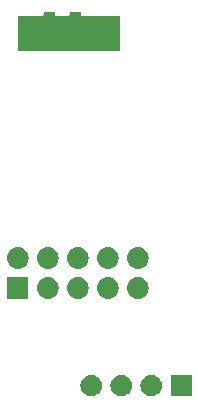
<source format=gbr>
%TF.GenerationSoftware,KiCad,Pcbnew,5.0.2*%
%TF.CreationDate,2019-04-27T21:36:03+08:00*%
%TF.ProjectId,aw-sd-dbg,61772d73-642d-4646-9267-2e6b69636164,rev?*%
%TF.SameCoordinates,Original*%
%TF.FileFunction,Soldermask,Bot*%
%TF.FilePolarity,Negative*%
%FSLAX46Y46*%
G04 Gerber Fmt 4.6, Leading zero omitted, Abs format (unit mm)*
G04 Created by KiCad (PCBNEW 5.0.2) date 2019年04月27日 星期六 21时36分03秒*
%MOMM*%
%LPD*%
G01*
G04 APERTURE LIST*
%ADD10C,0.350000*%
G04 APERTURE END LIST*
D10*
G36*
X123935443Y-54477519D02*
X124001627Y-54484037D01*
X124114853Y-54518384D01*
X124171467Y-54535557D01*
X124310087Y-54609652D01*
X124327991Y-54619222D01*
X124363729Y-54648552D01*
X124465186Y-54731814D01*
X124548448Y-54833271D01*
X124577778Y-54869009D01*
X124577779Y-54869011D01*
X124661443Y-55025533D01*
X124661443Y-55025534D01*
X124712963Y-55195373D01*
X124730359Y-55372000D01*
X124712963Y-55548627D01*
X124678616Y-55661853D01*
X124661443Y-55718467D01*
X124587348Y-55857087D01*
X124577778Y-55874991D01*
X124548448Y-55910729D01*
X124465186Y-56012186D01*
X124363729Y-56095448D01*
X124327991Y-56124778D01*
X124327989Y-56124779D01*
X124171467Y-56208443D01*
X124114853Y-56225616D01*
X124001627Y-56259963D01*
X123935443Y-56266481D01*
X123869260Y-56273000D01*
X123780740Y-56273000D01*
X123714557Y-56266481D01*
X123648373Y-56259963D01*
X123535147Y-56225616D01*
X123478533Y-56208443D01*
X123322011Y-56124779D01*
X123322009Y-56124778D01*
X123286271Y-56095448D01*
X123184814Y-56012186D01*
X123101552Y-55910729D01*
X123072222Y-55874991D01*
X123062652Y-55857087D01*
X122988557Y-55718467D01*
X122971384Y-55661853D01*
X122937037Y-55548627D01*
X122919641Y-55372000D01*
X122937037Y-55195373D01*
X122988557Y-55025534D01*
X122988557Y-55025533D01*
X123072221Y-54869011D01*
X123072222Y-54869009D01*
X123101552Y-54833271D01*
X123184814Y-54731814D01*
X123286271Y-54648552D01*
X123322009Y-54619222D01*
X123339913Y-54609652D01*
X123478533Y-54535557D01*
X123535147Y-54518384D01*
X123648373Y-54484037D01*
X123714557Y-54477519D01*
X123780740Y-54471000D01*
X123869260Y-54471000D01*
X123935443Y-54477519D01*
X123935443Y-54477519D01*
G37*
G36*
X121395443Y-54477519D02*
X121461627Y-54484037D01*
X121574853Y-54518384D01*
X121631467Y-54535557D01*
X121770087Y-54609652D01*
X121787991Y-54619222D01*
X121823729Y-54648552D01*
X121925186Y-54731814D01*
X122008448Y-54833271D01*
X122037778Y-54869009D01*
X122037779Y-54869011D01*
X122121443Y-55025533D01*
X122121443Y-55025534D01*
X122172963Y-55195373D01*
X122190359Y-55372000D01*
X122172963Y-55548627D01*
X122138616Y-55661853D01*
X122121443Y-55718467D01*
X122047348Y-55857087D01*
X122037778Y-55874991D01*
X122008448Y-55910729D01*
X121925186Y-56012186D01*
X121823729Y-56095448D01*
X121787991Y-56124778D01*
X121787989Y-56124779D01*
X121631467Y-56208443D01*
X121574853Y-56225616D01*
X121461627Y-56259963D01*
X121395443Y-56266481D01*
X121329260Y-56273000D01*
X121240740Y-56273000D01*
X121174557Y-56266481D01*
X121108373Y-56259963D01*
X120995147Y-56225616D01*
X120938533Y-56208443D01*
X120782011Y-56124779D01*
X120782009Y-56124778D01*
X120746271Y-56095448D01*
X120644814Y-56012186D01*
X120561552Y-55910729D01*
X120532222Y-55874991D01*
X120522652Y-55857087D01*
X120448557Y-55718467D01*
X120431384Y-55661853D01*
X120397037Y-55548627D01*
X120379641Y-55372000D01*
X120397037Y-55195373D01*
X120448557Y-55025534D01*
X120448557Y-55025533D01*
X120532221Y-54869011D01*
X120532222Y-54869009D01*
X120561552Y-54833271D01*
X120644814Y-54731814D01*
X120746271Y-54648552D01*
X120782009Y-54619222D01*
X120799913Y-54609652D01*
X120938533Y-54535557D01*
X120995147Y-54518384D01*
X121108373Y-54484037D01*
X121174557Y-54477519D01*
X121240740Y-54471000D01*
X121329260Y-54471000D01*
X121395443Y-54477519D01*
X121395443Y-54477519D01*
G37*
G36*
X118855443Y-54477519D02*
X118921627Y-54484037D01*
X119034853Y-54518384D01*
X119091467Y-54535557D01*
X119230087Y-54609652D01*
X119247991Y-54619222D01*
X119283729Y-54648552D01*
X119385186Y-54731814D01*
X119468448Y-54833271D01*
X119497778Y-54869009D01*
X119497779Y-54869011D01*
X119581443Y-55025533D01*
X119581443Y-55025534D01*
X119632963Y-55195373D01*
X119650359Y-55372000D01*
X119632963Y-55548627D01*
X119598616Y-55661853D01*
X119581443Y-55718467D01*
X119507348Y-55857087D01*
X119497778Y-55874991D01*
X119468448Y-55910729D01*
X119385186Y-56012186D01*
X119283729Y-56095448D01*
X119247991Y-56124778D01*
X119247989Y-56124779D01*
X119091467Y-56208443D01*
X119034853Y-56225616D01*
X118921627Y-56259963D01*
X118855443Y-56266481D01*
X118789260Y-56273000D01*
X118700740Y-56273000D01*
X118634557Y-56266481D01*
X118568373Y-56259963D01*
X118455147Y-56225616D01*
X118398533Y-56208443D01*
X118242011Y-56124779D01*
X118242009Y-56124778D01*
X118206271Y-56095448D01*
X118104814Y-56012186D01*
X118021552Y-55910729D01*
X117992222Y-55874991D01*
X117982652Y-55857087D01*
X117908557Y-55718467D01*
X117891384Y-55661853D01*
X117857037Y-55548627D01*
X117839641Y-55372000D01*
X117857037Y-55195373D01*
X117908557Y-55025534D01*
X117908557Y-55025533D01*
X117992221Y-54869011D01*
X117992222Y-54869009D01*
X118021552Y-54833271D01*
X118104814Y-54731814D01*
X118206271Y-54648552D01*
X118242009Y-54619222D01*
X118259913Y-54609652D01*
X118398533Y-54535557D01*
X118455147Y-54518384D01*
X118568373Y-54484037D01*
X118634557Y-54477519D01*
X118700740Y-54471000D01*
X118789260Y-54471000D01*
X118855443Y-54477519D01*
X118855443Y-54477519D01*
G37*
G36*
X127266000Y-56273000D02*
X125464000Y-56273000D01*
X125464000Y-54471000D01*
X127266000Y-54471000D01*
X127266000Y-56273000D01*
X127266000Y-56273000D01*
G37*
G36*
X120321294Y-46215633D02*
X120493694Y-46267931D01*
X120493696Y-46267932D01*
X120652583Y-46352859D01*
X120652585Y-46352860D01*
X120652584Y-46352860D01*
X120791849Y-46467151D01*
X120906140Y-46606416D01*
X120991069Y-46765306D01*
X121043367Y-46937706D01*
X121061025Y-47117000D01*
X121043367Y-47296294D01*
X120991069Y-47468694D01*
X120991068Y-47468696D01*
X120906141Y-47627583D01*
X120791849Y-47766849D01*
X120652583Y-47881141D01*
X120493696Y-47966068D01*
X120493694Y-47966069D01*
X120321294Y-48018367D01*
X120186931Y-48031600D01*
X120097069Y-48031600D01*
X119962706Y-48018367D01*
X119790306Y-47966069D01*
X119790304Y-47966068D01*
X119631417Y-47881141D01*
X119492151Y-47766849D01*
X119377859Y-47627583D01*
X119292932Y-47468696D01*
X119292931Y-47468694D01*
X119240633Y-47296294D01*
X119222975Y-47117000D01*
X119240633Y-46937706D01*
X119292931Y-46765306D01*
X119377860Y-46606416D01*
X119492151Y-46467151D01*
X119631416Y-46352860D01*
X119631415Y-46352860D01*
X119631417Y-46352859D01*
X119790304Y-46267932D01*
X119790306Y-46267931D01*
X119962706Y-46215633D01*
X120097069Y-46202400D01*
X120186931Y-46202400D01*
X120321294Y-46215633D01*
X120321294Y-46215633D01*
G37*
G36*
X113436600Y-48031600D02*
X111607400Y-48031600D01*
X111607400Y-46202400D01*
X113436600Y-46202400D01*
X113436600Y-48031600D01*
X113436600Y-48031600D01*
G37*
G36*
X115241294Y-46215633D02*
X115413694Y-46267931D01*
X115413696Y-46267932D01*
X115572583Y-46352859D01*
X115572585Y-46352860D01*
X115572584Y-46352860D01*
X115711849Y-46467151D01*
X115826140Y-46606416D01*
X115911069Y-46765306D01*
X115963367Y-46937706D01*
X115981025Y-47117000D01*
X115963367Y-47296294D01*
X115911069Y-47468694D01*
X115911068Y-47468696D01*
X115826141Y-47627583D01*
X115711849Y-47766849D01*
X115572583Y-47881141D01*
X115413696Y-47966068D01*
X115413694Y-47966069D01*
X115241294Y-48018367D01*
X115106931Y-48031600D01*
X115017069Y-48031600D01*
X114882706Y-48018367D01*
X114710306Y-47966069D01*
X114710304Y-47966068D01*
X114551417Y-47881141D01*
X114412151Y-47766849D01*
X114297859Y-47627583D01*
X114212932Y-47468696D01*
X114212931Y-47468694D01*
X114160633Y-47296294D01*
X114142975Y-47117000D01*
X114160633Y-46937706D01*
X114212931Y-46765306D01*
X114297860Y-46606416D01*
X114412151Y-46467151D01*
X114551416Y-46352860D01*
X114551415Y-46352860D01*
X114551417Y-46352859D01*
X114710304Y-46267932D01*
X114710306Y-46267931D01*
X114882706Y-46215633D01*
X115017069Y-46202400D01*
X115106931Y-46202400D01*
X115241294Y-46215633D01*
X115241294Y-46215633D01*
G37*
G36*
X117781294Y-46215633D02*
X117953694Y-46267931D01*
X117953696Y-46267932D01*
X118112583Y-46352859D01*
X118112585Y-46352860D01*
X118112584Y-46352860D01*
X118251849Y-46467151D01*
X118366140Y-46606416D01*
X118451069Y-46765306D01*
X118503367Y-46937706D01*
X118521025Y-47117000D01*
X118503367Y-47296294D01*
X118451069Y-47468694D01*
X118451068Y-47468696D01*
X118366141Y-47627583D01*
X118251849Y-47766849D01*
X118112583Y-47881141D01*
X117953696Y-47966068D01*
X117953694Y-47966069D01*
X117781294Y-48018367D01*
X117646931Y-48031600D01*
X117557069Y-48031600D01*
X117422706Y-48018367D01*
X117250306Y-47966069D01*
X117250304Y-47966068D01*
X117091417Y-47881141D01*
X116952151Y-47766849D01*
X116837859Y-47627583D01*
X116752932Y-47468696D01*
X116752931Y-47468694D01*
X116700633Y-47296294D01*
X116682975Y-47117000D01*
X116700633Y-46937706D01*
X116752931Y-46765306D01*
X116837860Y-46606416D01*
X116952151Y-46467151D01*
X117091416Y-46352860D01*
X117091415Y-46352860D01*
X117091417Y-46352859D01*
X117250304Y-46267932D01*
X117250306Y-46267931D01*
X117422706Y-46215633D01*
X117557069Y-46202400D01*
X117646931Y-46202400D01*
X117781294Y-46215633D01*
X117781294Y-46215633D01*
G37*
G36*
X122861294Y-46215633D02*
X123033694Y-46267931D01*
X123033696Y-46267932D01*
X123192583Y-46352859D01*
X123192585Y-46352860D01*
X123192584Y-46352860D01*
X123331849Y-46467151D01*
X123446140Y-46606416D01*
X123531069Y-46765306D01*
X123583367Y-46937706D01*
X123601025Y-47117000D01*
X123583367Y-47296294D01*
X123531069Y-47468694D01*
X123531068Y-47468696D01*
X123446141Y-47627583D01*
X123331849Y-47766849D01*
X123192583Y-47881141D01*
X123033696Y-47966068D01*
X123033694Y-47966069D01*
X122861294Y-48018367D01*
X122726931Y-48031600D01*
X122637069Y-48031600D01*
X122502706Y-48018367D01*
X122330306Y-47966069D01*
X122330304Y-47966068D01*
X122171417Y-47881141D01*
X122032151Y-47766849D01*
X121917859Y-47627583D01*
X121832932Y-47468696D01*
X121832931Y-47468694D01*
X121780633Y-47296294D01*
X121762975Y-47117000D01*
X121780633Y-46937706D01*
X121832931Y-46765306D01*
X121917860Y-46606416D01*
X122032151Y-46467151D01*
X122171416Y-46352860D01*
X122171415Y-46352860D01*
X122171417Y-46352859D01*
X122330304Y-46267932D01*
X122330306Y-46267931D01*
X122502706Y-46215633D01*
X122637069Y-46202400D01*
X122726931Y-46202400D01*
X122861294Y-46215633D01*
X122861294Y-46215633D01*
G37*
G36*
X112701294Y-43675633D02*
X112873694Y-43727931D01*
X112873696Y-43727932D01*
X113032583Y-43812859D01*
X113032585Y-43812860D01*
X113032584Y-43812860D01*
X113171849Y-43927151D01*
X113286140Y-44066416D01*
X113371069Y-44225306D01*
X113423367Y-44397706D01*
X113441025Y-44577000D01*
X113423367Y-44756294D01*
X113371069Y-44928694D01*
X113371068Y-44928696D01*
X113286141Y-45087583D01*
X113171849Y-45226849D01*
X113032583Y-45341141D01*
X112873696Y-45426068D01*
X112873694Y-45426069D01*
X112701294Y-45478367D01*
X112566931Y-45491600D01*
X112477069Y-45491600D01*
X112342706Y-45478367D01*
X112170306Y-45426069D01*
X112170304Y-45426068D01*
X112011417Y-45341141D01*
X111872151Y-45226849D01*
X111757859Y-45087583D01*
X111672932Y-44928696D01*
X111672931Y-44928694D01*
X111620633Y-44756294D01*
X111602975Y-44577000D01*
X111620633Y-44397706D01*
X111672931Y-44225306D01*
X111757860Y-44066416D01*
X111872151Y-43927151D01*
X112011416Y-43812860D01*
X112011415Y-43812860D01*
X112011417Y-43812859D01*
X112170304Y-43727932D01*
X112170306Y-43727931D01*
X112342706Y-43675633D01*
X112477069Y-43662400D01*
X112566931Y-43662400D01*
X112701294Y-43675633D01*
X112701294Y-43675633D01*
G37*
G36*
X122861294Y-43675633D02*
X123033694Y-43727931D01*
X123033696Y-43727932D01*
X123192583Y-43812859D01*
X123192585Y-43812860D01*
X123192584Y-43812860D01*
X123331849Y-43927151D01*
X123446140Y-44066416D01*
X123531069Y-44225306D01*
X123583367Y-44397706D01*
X123601025Y-44577000D01*
X123583367Y-44756294D01*
X123531069Y-44928694D01*
X123531068Y-44928696D01*
X123446141Y-45087583D01*
X123331849Y-45226849D01*
X123192583Y-45341141D01*
X123033696Y-45426068D01*
X123033694Y-45426069D01*
X122861294Y-45478367D01*
X122726931Y-45491600D01*
X122637069Y-45491600D01*
X122502706Y-45478367D01*
X122330306Y-45426069D01*
X122330304Y-45426068D01*
X122171417Y-45341141D01*
X122032151Y-45226849D01*
X121917859Y-45087583D01*
X121832932Y-44928696D01*
X121832931Y-44928694D01*
X121780633Y-44756294D01*
X121762975Y-44577000D01*
X121780633Y-44397706D01*
X121832931Y-44225306D01*
X121917860Y-44066416D01*
X122032151Y-43927151D01*
X122171416Y-43812860D01*
X122171415Y-43812860D01*
X122171417Y-43812859D01*
X122330304Y-43727932D01*
X122330306Y-43727931D01*
X122502706Y-43675633D01*
X122637069Y-43662400D01*
X122726931Y-43662400D01*
X122861294Y-43675633D01*
X122861294Y-43675633D01*
G37*
G36*
X115241294Y-43675633D02*
X115413694Y-43727931D01*
X115413696Y-43727932D01*
X115572583Y-43812859D01*
X115572585Y-43812860D01*
X115572584Y-43812860D01*
X115711849Y-43927151D01*
X115826140Y-44066416D01*
X115911069Y-44225306D01*
X115963367Y-44397706D01*
X115981025Y-44577000D01*
X115963367Y-44756294D01*
X115911069Y-44928694D01*
X115911068Y-44928696D01*
X115826141Y-45087583D01*
X115711849Y-45226849D01*
X115572583Y-45341141D01*
X115413696Y-45426068D01*
X115413694Y-45426069D01*
X115241294Y-45478367D01*
X115106931Y-45491600D01*
X115017069Y-45491600D01*
X114882706Y-45478367D01*
X114710306Y-45426069D01*
X114710304Y-45426068D01*
X114551417Y-45341141D01*
X114412151Y-45226849D01*
X114297859Y-45087583D01*
X114212932Y-44928696D01*
X114212931Y-44928694D01*
X114160633Y-44756294D01*
X114142975Y-44577000D01*
X114160633Y-44397706D01*
X114212931Y-44225306D01*
X114297860Y-44066416D01*
X114412151Y-43927151D01*
X114551416Y-43812860D01*
X114551415Y-43812860D01*
X114551417Y-43812859D01*
X114710304Y-43727932D01*
X114710306Y-43727931D01*
X114882706Y-43675633D01*
X115017069Y-43662400D01*
X115106931Y-43662400D01*
X115241294Y-43675633D01*
X115241294Y-43675633D01*
G37*
G36*
X120321294Y-43675633D02*
X120493694Y-43727931D01*
X120493696Y-43727932D01*
X120652583Y-43812859D01*
X120652585Y-43812860D01*
X120652584Y-43812860D01*
X120791849Y-43927151D01*
X120906140Y-44066416D01*
X120991069Y-44225306D01*
X121043367Y-44397706D01*
X121061025Y-44577000D01*
X121043367Y-44756294D01*
X120991069Y-44928694D01*
X120991068Y-44928696D01*
X120906141Y-45087583D01*
X120791849Y-45226849D01*
X120652583Y-45341141D01*
X120493696Y-45426068D01*
X120493694Y-45426069D01*
X120321294Y-45478367D01*
X120186931Y-45491600D01*
X120097069Y-45491600D01*
X119962706Y-45478367D01*
X119790306Y-45426069D01*
X119790304Y-45426068D01*
X119631417Y-45341141D01*
X119492151Y-45226849D01*
X119377859Y-45087583D01*
X119292932Y-44928696D01*
X119292931Y-44928694D01*
X119240633Y-44756294D01*
X119222975Y-44577000D01*
X119240633Y-44397706D01*
X119292931Y-44225306D01*
X119377860Y-44066416D01*
X119492151Y-43927151D01*
X119631416Y-43812860D01*
X119631415Y-43812860D01*
X119631417Y-43812859D01*
X119790304Y-43727932D01*
X119790306Y-43727931D01*
X119962706Y-43675633D01*
X120097069Y-43662400D01*
X120186931Y-43662400D01*
X120321294Y-43675633D01*
X120321294Y-43675633D01*
G37*
G36*
X117781294Y-43675633D02*
X117953694Y-43727931D01*
X117953696Y-43727932D01*
X118112583Y-43812859D01*
X118112585Y-43812860D01*
X118112584Y-43812860D01*
X118251849Y-43927151D01*
X118366140Y-44066416D01*
X118451069Y-44225306D01*
X118503367Y-44397706D01*
X118521025Y-44577000D01*
X118503367Y-44756294D01*
X118451069Y-44928694D01*
X118451068Y-44928696D01*
X118366141Y-45087583D01*
X118251849Y-45226849D01*
X118112583Y-45341141D01*
X117953696Y-45426068D01*
X117953694Y-45426069D01*
X117781294Y-45478367D01*
X117646931Y-45491600D01*
X117557069Y-45491600D01*
X117422706Y-45478367D01*
X117250306Y-45426069D01*
X117250304Y-45426068D01*
X117091417Y-45341141D01*
X116952151Y-45226849D01*
X116837859Y-45087583D01*
X116752932Y-44928696D01*
X116752931Y-44928694D01*
X116700633Y-44756294D01*
X116682975Y-44577000D01*
X116700633Y-44397706D01*
X116752931Y-44225306D01*
X116837860Y-44066416D01*
X116952151Y-43927151D01*
X117091416Y-43812860D01*
X117091415Y-43812860D01*
X117091417Y-43812859D01*
X117250304Y-43727932D01*
X117250306Y-43727931D01*
X117422706Y-43675633D01*
X117557069Y-43662400D01*
X117646931Y-43662400D01*
X117781294Y-43675633D01*
X117781294Y-43675633D01*
G37*
G36*
X115651000Y-23924000D02*
X115653402Y-23948386D01*
X115660515Y-23971835D01*
X115672066Y-23993446D01*
X115687612Y-24012388D01*
X115706554Y-24027934D01*
X115728165Y-24039485D01*
X115751614Y-24046598D01*
X115776000Y-24049000D01*
X116824000Y-24049000D01*
X116848386Y-24046598D01*
X116871835Y-24039485D01*
X116893446Y-24027934D01*
X116912388Y-24012388D01*
X116927934Y-23993446D01*
X116939485Y-23971835D01*
X116946598Y-23948386D01*
X116949000Y-23924000D01*
X116949000Y-23749000D01*
X117851000Y-23749000D01*
X117851000Y-23924000D01*
X117853402Y-23948386D01*
X117860515Y-23971835D01*
X117872066Y-23993446D01*
X117887612Y-24012388D01*
X117906554Y-24027934D01*
X117928165Y-24039485D01*
X117951614Y-24046598D01*
X117976000Y-24049000D01*
X121151000Y-24049000D01*
X121151000Y-27051000D01*
X112549000Y-27051000D01*
X112549000Y-24049000D01*
X114624000Y-24049000D01*
X114648386Y-24046598D01*
X114671835Y-24039485D01*
X114693446Y-24027934D01*
X114712388Y-24012388D01*
X114727934Y-23993446D01*
X114739485Y-23971835D01*
X114746598Y-23948386D01*
X114749000Y-23924000D01*
X114749000Y-23749000D01*
X115651000Y-23749000D01*
X115651000Y-23924000D01*
X115651000Y-23924000D01*
G37*
M02*

</source>
